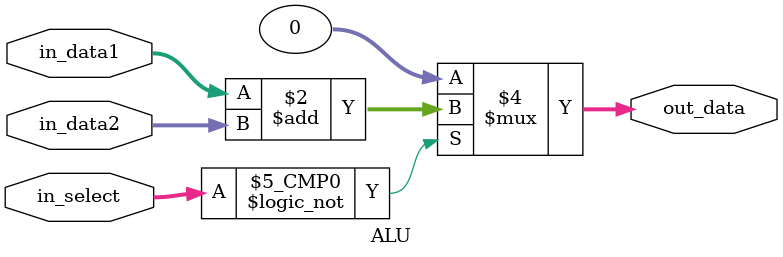
<source format=v>
module ALU (
    input [31:0] in_data1,
    input [31:0] in_data2,
    input [2:0] in_select,
    output [31:0] out_data,
);

localparam ADD = 3'b000;

always @* begin
    case (in_select)
        ADD: begin
            out_data = in_data1 + in_data2;
        end
        default: begin
            out_data = 31'b0;
        end
    endcase
end

endmodule
</source>
